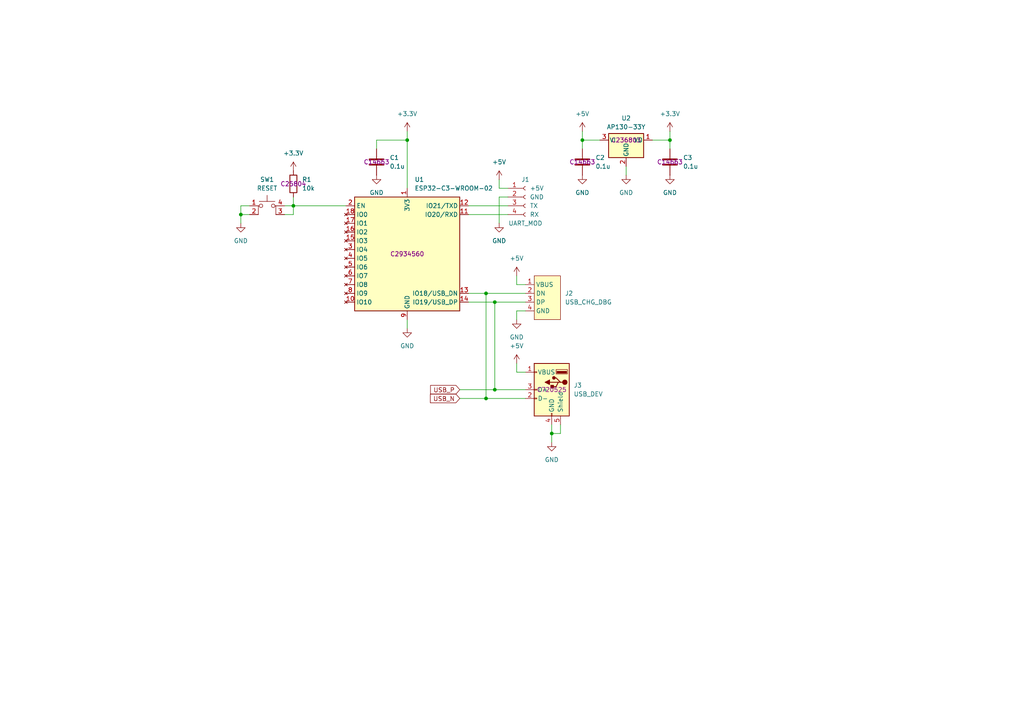
<source format=kicad_sch>
(kicad_sch (version 20250114) (generator "eeschema") (generator_version "9.0")
  (paper "A4")
  (lib_symbols
    (symbol "Device:C" (pin_numbers (hide yes)) (pin_names (offset 0.254))
      (property "Reference" "C" (at 0.635 2.54 0))
      (property "Value" "C" (at 0.635 -2.54 0))
      (symbol "C_0_1"
        (polyline (pts (xy -2.032 0.762) (xy 2.032 0.762)) (stroke (width 0.508)))
        (polyline (pts (xy -2.032 -0.762) (xy 2.032 -0.762)) (stroke (width 0.508)))
      )
      (symbol "C_1_1"
        (pin passive line (at 0 3.81 270) (length 2.794) (name "~") (number "1"))
        (pin passive line (at 0 -3.81 90) (length 2.794) (name "~") (number "2"))
      )
    )
    (symbol "Device:R" (pin_numbers (hide yes)) (pin_names (offset 0))
      (property "Reference" "R" (at 2.032 0 90))
      (property "Value" "R" (at 0 0 90))
      (symbol "R_0_1"
        (rectangle (start -1.016 -2.54) (end 1.016 2.54) (stroke (width 0.254)))
      )
      (symbol "R_1_1"
        (pin passive line (at 0 3.81 270) (length 1.27) (name "~") (number "1"))
        (pin passive line (at 0 -3.81 90) (length 1.27) (name "~") (number "2"))
      )
    )
    (symbol "Regulator_Linear:AP130-33Y" (pin_names (offset 0.254))
      (property "Reference" "U" (at -3.81 3.175 0))
      (property "Value" "AP130-33Y" (at 0 3.175 0))
      (symbol "AP130-33Y_0_1"
        (rectangle (start -5.08 1.905) (end 5.08 -5.08) (stroke (width 0.254)) (fill (type background)))
      )
      (symbol "AP130-33Y_1_1"
        (pin power_in line (at -7.62 0 0) (length 2.54) (name "VI") (number "3"))
        (pin power_in line (at 0 -7.62 90) (length 2.54) (name "GND") (number "2"))
        (pin power_out line (at 7.62 0 180) (length 2.54) (name "VO") (number "1"))
      )
    )
    (symbol "Switch:SW_MEC_5E" (pin_names (offset 1.016) (hide yes))
      (property "Reference" "SW" (at 0.635 5.715 0))
      (property "Value" "SW_MEC_5E" (at 0 -3.175 0))
      (symbol "SW_MEC_5E_0_1"
        (polyline (pts (xy -2.54 0) (xy -2.54 2.54) (xy -2.286 2.54)))
        (polyline (pts (xy -2.286 3.81) (xy 2.286 3.81)))
        (circle (center -1.778 2.54) (radius 0.508))
        (polyline (pts (xy 0 3.81) (xy 0 5.588)))
        (circle (center 1.778 2.54) (radius 0.508))
        (polyline (pts (xy 2.54 0) (xy 2.54 2.54) (xy 2.286 2.54)))
        (pin passive line (at -5.08 2.54 0) (length 2.54) (name "1") (number "1"))
        (pin passive line (at -5.08 0 0) (length 2.54) (name "2") (number "2"))
        (pin passive line (at 5.08 2.54 180) (length 2.54) (name "A") (number "4"))
        (pin passive line (at 5.08 0 180) (length 2.54) (name "K") (number "3"))
      )
    )
    (symbol "circuit-bacon-lettuce-elixir:ESP32-C3-WROOM-02"
      (property "Reference" "U" (at -12.192 21.336 0))
      (property "Value" "ESP32-C3-WROOM-02" (at 12.192 21.336 0))
      (symbol "ESP32-C3-WROOM-02_1_1"
        (rectangle (start -15.24 16.51) (end 15.24 -16.51) (stroke (width 0.254)) (fill (type background)))
        (pin input line (at -17.78 13.97 0) (length 2.54) (name "EN") (number "2"))
        (pin no_connect line (at -17.78 11.43 0) (length 2.54) (name "IO0") (number "18"))
        (pin no_connect line (at -17.78 8.89 0) (length 2.54) (name "IO1") (number "17"))
        (pin no_connect line (at -17.78 6.35 0) (length 2.54) (name "IO2") (number "16"))
        (pin no_connect line (at -17.78 3.81 0) (length 2.54) (name "IO3") (number "15"))
        (pin no_connect line (at -17.78 1.27 0) (length 2.54) (name "IO4") (number "3"))
        (pin no_connect line (at -17.78 -1.27 0) (length 2.54) (name "IO5") (number "4"))
        (pin no_connect line (at -17.78 -3.81 0) (length 2.54) (name "IO6") (number "5"))
        (pin no_connect line (at -17.78 -6.35 0) (length 2.54) (name "IO7") (number "6"))
        (pin no_connect line (at -17.78 -8.89 0) (length 2.54) (name "IO8") (number "7"))
        (pin no_connect line (at -17.78 -11.43 0) (length 2.54) (name "IO9") (number "8"))
        (pin no_connect line (at -17.78 -13.97 0) (length 2.54) (name "IO10") (number "10"))
        (pin power_in line (at 0 19.05 270) (length 2.54) (name "3V3") (number "1"))
        (pin passive line (at 0 -19.05 90) (length 2.54) (hide yes) (name "GND") (number "19"))
        (pin power_in line (at 0 -19.05 90) (length 2.54) (name "GND") (number "9"))
        (pin output line (at 17.78 13.97 180) (length 2.54) (name "IO21/TXD") (number "12"))
        (pin input line (at 17.78 11.43 180) (length 2.54) (name "IO20/RXD") (number "11"))
        (pin bidirectional line (at 17.78 -11.43 180) (length 2.54) (name "IO18/USB_DN") (number "13"))
        (pin bidirectional line (at 17.78 -13.97 180) (length 2.54) (name "IO19/USB_DP") (number "14"))
      )
    )
    (symbol "circuit-bacon-lettuce-elixir:UART" (pin_names (offset 2.54))
      (property "Reference" "J" (at 0 5.08 0))
      (property "Value" "UART" (at 0 -7.62 0))
      (symbol "UART_1_1"
        (polyline (pts (xy -1.27 2.54) (xy -0.508 2.54)) (stroke (width 0.1524)))
        (polyline (pts (xy -1.27 0) (xy -0.508 0)) (stroke (width 0.1524)))
        (polyline (pts (xy -1.27 -2.54) (xy -0.508 -2.54)) (stroke (width 0.1524)))
        (polyline (pts (xy -1.27 -5.08) (xy -0.508 -5.08)) (stroke (width 0.1524)))
        (arc (start 0 2.032) (mid -0.5058 2.54) (end 0 3.048) (stroke (width 0.1524)))
        (arc (start 0 -0.508) (mid -0.5058 0) (end 0 0.508) (stroke (width 0.1524)))
        (arc (start 0 -3.048) (mid -0.5058 -2.54) (end 0 -2.032) (stroke (width 0.1524)))
        (arc (start 0 -5.588) (mid -0.5058 -5.08) (end 0 -4.572) (stroke (width 0.1524)))
        (pin power_in line (at -5.08 2.54 0) (length 3.81) (name "+5V") (number "1"))
        (pin power_in line (at -5.08 0 0) (length 3.81) (name "GND") (number "2"))
        (pin input line (at -5.08 -2.54 0) (length 3.81) (name "TX") (number "3"))
        (pin output line (at -5.08 -5.08 0) (length 3.81) (name "RX") (number "4"))
      )
    )
    (symbol "circuit-bacon-lettuce-elixir:USB_CHG_DBG"
      (property "Reference" "U" (at 0 7.874 0))
      (symbol "USB_CHG_DBG_1_1"
        (rectangle (start -3.81 6.35) (end 3.81 -6.35) (fill (type background)))
        (pin power_out line (at -6.35 3.81 0) (length 2.54) (name "VBUS") (number "1"))
        (pin bidirectional line (at -6.35 1.27 0) (length 2.54) (name "DN") (number "2"))
        (pin bidirectional line (at -6.35 -1.27 0) (length 2.54) (name "DP") (number "3"))
        (pin power_out line (at -6.35 -3.81 0) (length 2.54) (name "GND") (number "4"))
      )
    )
    (symbol "circuit-bacon-lettuce-elixir:USB_DEV" (pin_names (offset 1.016))
      (property "Reference" "J" (at -5.08 11.43 0))
      (property "Value" "USB_DEV" (at -5.08 8.89 0))
      (symbol "USB_DEV_0_1"
        (rectangle (start -5.08 -7.62) (end 5.08 7.62) (stroke (width 0.254)) (fill (type background)))
        (circle (center -3.81 2.159) (radius 0.635) (stroke (width 0.254)) (fill (type outline)))
        (polyline (pts (xy -3.175 2.159) (xy -2.54 2.159) (xy -1.27 3.429) (xy -0.635 3.429)) (stroke (width 0.254)))
        (polyline (pts (xy -2.54 2.159) (xy -1.905 2.159) (xy -1.27 0.889) (xy 0 0.889)) (stroke (width 0.254)))
        (rectangle (start -1.524 4.826) (end -4.318 5.334) (fill (type outline)))
        (rectangle (start -1.27 4.572) (end -4.572 5.842))
        (circle (center -0.635 3.429) (radius 0.381) (stroke (width 0.254)) (fill (type outline)))
        (rectangle (start -0.127 -7.62) (end 0.127 -6.858))
        (rectangle (start 0.254 1.27) (end -0.508 0.508) (stroke (width 0.254)) (fill (type outline)))
        (polyline (pts (xy 0.635 2.794) (xy 0.635 1.524) (xy 1.905 2.159) (xy 0.635 2.794)) (stroke (width 0.254)) (fill (type outline)))
        (rectangle (start 5.08 4.953) (end 4.318 5.207))
        (rectangle (start 5.08 -0.127) (end 4.318 0.127))
        (rectangle (start 5.08 -2.667) (end 4.318 -2.413))
      )
      (symbol "USB_DEV_1_1"
        (polyline (pts (xy -1.905 2.159) (xy 0.635 2.159)) (stroke (width 0.254)))
        (pin passive line (at -2.54 -10.16 90) (length 2.54) (name "Shield") (number "5"))
        (pin power_in line (at 0 -10.16 90) (length 2.54) (name "GND") (number "4"))
        (pin power_in line (at 7.62 5.08 180) (length 2.54) (name "VBUS") (number "1"))
        (pin bidirectional line (at 7.62 0 180) (length 2.54) (name "D+") (number "3"))
        (pin bidirectional line (at 7.62 -2.54 180) (length 2.54) (name "D-") (number "2"))
      )
    )
    (symbol "power:+3.3V" (power) (pin_numbers (hide yes)) (pin_names (offset 0) (hide yes))
      (property "Value" "+3.3V" (at 0 3.556 0))
      (symbol "+3.3V_0_1"
        (polyline (pts (xy -0.762 1.27) (xy 0 2.54)))
        (polyline (pts (xy 0 2.54) (xy 0.762 1.27)))
        (polyline (pts (xy 0 0) (xy 0 2.54)))
      )
      (symbol "+3.3V_1_1"
        (pin power_in line (at 0 0 90) (length 0) (name "~") (number "1"))
      )
    )
    (symbol "power:+5V" (power) (pin_numbers (hide yes)) (pin_names (offset 0) (hide yes))
      (property "Value" "+5V" (at 0 3.556 0))
      (symbol "+5V_0_1"
        (polyline (pts (xy -0.762 1.27) (xy 0 2.54)))
        (polyline (pts (xy 0 2.54) (xy 0.762 1.27)))
        (polyline (pts (xy 0 0) (xy 0 2.54)))
      )
      (symbol "+5V_1_1"
        (pin power_in line (at 0 0 90) (length 0) (name "~") (number "1"))
      )
    )
    (symbol "power:GND" (power) (pin_numbers (hide yes)) (pin_names (offset 0) (hide yes))
      (property "Value" "GND" (at 0 -3.81 0))
      (symbol "GND_0_1"
        (polyline (pts (xy 0 0) (xy 0 -1.27) (xy 1.27 -1.27) (xy 0 -2.54) (xy -1.27 -1.27) (xy 0 -1.27)))
      )
      (symbol "GND_1_1"
        (pin power_in line (at 0 0 270) (length 0) (name "~") (number "1"))
      )
    )
  )
  (junction (at 85.09 59.69))
  (junction (at 168.91 40.64))
  (junction (at 160.02 125.73))
  (junction (at 143.51 113.03))
  (junction (at 140.97 115.57))
  (junction (at 140.97 85.09))
  (junction (at 69.85 62.23))
  (junction (at 118.11 40.64))
  (junction (at 143.51 87.63))
  (junction (at 194.31 40.64))
  (wire (pts (xy 82.55 62.23) (xy 85.09 62.23)))
  (wire (pts (xy 135.89 87.63) (xy 143.51 87.63)))
  (wire (pts (xy 135.89 59.69) (xy 147.32 59.69)))
  (wire (pts (xy 149.86 80.01) (xy 149.86 82.55)))
  (wire (pts (xy 147.32 54.61) (xy 144.78 54.61)))
  (wire (pts (xy 82.55 59.69) (xy 85.09 59.69)))
  (wire (pts (xy 118.11 54.61) (xy 118.11 40.64)))
  (wire (pts (xy 149.86 107.95) (xy 152.4 107.95)))
  (wire (pts (xy 140.97 85.09) (xy 140.97 115.57)))
  (wire (pts (xy 181.61 48.26) (xy 181.61 50.8)))
  (wire (pts (xy 149.86 82.55) (xy 152.4 82.55)))
  (wire (pts (xy 133.35 113.03) (xy 143.51 113.03)))
  (wire (pts (xy 69.85 62.23) (xy 69.85 64.77)))
  (wire (pts (xy 168.91 38.1) (xy 168.91 40.64)))
  (wire (pts (xy 143.51 87.63) (xy 152.4 87.63)))
  (wire (pts (xy 109.22 40.64) (xy 109.22 43.18)))
  (wire (pts (xy 118.11 40.64) (xy 109.22 40.64)))
  (wire (pts (xy 152.4 115.57) (xy 140.97 115.57)))
  (wire (pts (xy 162.56 123.19) (xy 162.56 125.73)))
  (wire (pts (xy 147.32 57.15) (xy 144.78 57.15)))
  (wire (pts (xy 118.11 92.71) (xy 118.11 95.25)))
  (wire (pts (xy 149.86 105.41) (xy 149.86 107.95)))
  (wire (pts (xy 85.09 59.69) (xy 100.33 59.69)))
  (wire (pts (xy 162.56 125.73) (xy 160.02 125.73)))
  (wire (pts (xy 160.02 123.19) (xy 160.02 125.73)))
  (wire (pts (xy 133.35 115.57) (xy 140.97 115.57)))
  (wire (pts (xy 168.91 40.64) (xy 173.99 40.64)))
  (wire (pts (xy 144.78 57.15) (xy 144.78 64.77)))
  (wire (pts (xy 72.39 62.23) (xy 69.85 62.23)))
  (wire (pts (xy 143.51 113.03) (xy 143.51 87.63)))
  (wire (pts (xy 72.39 59.69) (xy 69.85 59.69)))
  (wire (pts (xy 140.97 85.09) (xy 152.4 85.09)))
  (wire (pts (xy 144.78 54.61) (xy 144.78 52.07)))
  (wire (pts (xy 194.31 40.64) (xy 194.31 43.18)))
  (wire (pts (xy 69.85 59.69) (xy 69.85 62.23)))
  (wire (pts (xy 85.09 62.23) (xy 85.09 59.69)))
  (wire (pts (xy 189.23 40.64) (xy 194.31 40.64)))
  (wire (pts (xy 149.86 92.71) (xy 149.86 90.17)))
  (wire (pts (xy 194.31 38.1) (xy 194.31 40.64)))
  (wire (pts (xy 118.11 38.1) (xy 118.11 40.64)))
  (wire (pts (xy 152.4 113.03) (xy 143.51 113.03)))
  (wire (pts (xy 168.91 40.64) (xy 168.91 43.18)))
  (wire (pts (xy 85.09 57.15) (xy 85.09 59.69)))
  (wire (pts (xy 149.86 90.17) (xy 152.4 90.17)))
  (wire (pts (xy 135.89 62.23) (xy 147.32 62.23)))
  (wire (pts (xy 160.02 125.73) (xy 160.02 128.27)))
  (wire (pts (xy 135.89 85.09) (xy 140.97 85.09)))
  (global_label "USB_N" (shape input) (at 133.35 115.57 180) (property "Intersheetrefs" "${INTERSHEET_REFS}" (effects (hide yes))))
  (global_label "USB_P" (shape input) (at 133.35 113.03 180) (property "Intersheetrefs" "${INTERSHEET_REFS}" (effects (hide yes))))
  (symbol (lib_id "Device:R") (at 85.09 53.34 0) (unit 1)
    (property "Reference" "R1" (at 87.63 52.0699 0) (effects (justify left)))
    (property "Value" "10k" (at 87.63 54.6099 0) (effects (justify left)))
    (property "Footprint" "Resistor_SMD:R_0603_1608Metric_Pad0.98x0.95mm_HandSolder" (effects (hide yes)))
    (property "Description" "Resistor" (effects (hide yes)))
    (property "LCSC PN" "C25804" (at 85.09 53.34 0))
  )
  (symbol (lib_id "power:+5V") (at 149.86 80.01 0) (unit 1)
    (property "Reference" "#PWR011" (effects (hide yes)))
    (property "Value" "+5V" (at 149.86 74.93 0))
    (property "Description" "Power symbol creates a global label with name \"+5V\"" (effects (hide yes)))
  )
  (symbol (lib_id "power:+3.3V") (at 85.09 49.53 0) (unit 1)
    (property "Reference" "#PWR02" (effects (hide yes)))
    (property "Value" "+3.3V" (at 85.09 44.45 0))
    (property "Description" "Power symbol creates a global label with name \"+3.3V\"" (effects (hide yes)))
  )
  (symbol (lib_id "power:GND") (at 149.86 92.71 0) (unit 1)
    (property "Reference" "#PWR09" (effects (hide yes)))
    (property "Value" "GND" (at 149.86 97.79 0))
    (property "Description" "Power symbol creates a global label with name \"GND\" , ground" (effects (hide yes)))
  )
  (symbol (lib_id "Device:C") (at 109.22 46.99 0) (unit 1)
    (property "Reference" "C1" (at 113.03 45.7199 0) (effects (justify left)))
    (property "Value" "0.1u" (at 113.03 48.2599 0) (effects (justify left)))
    (property "Footprint" "Capacitor_SMD:C_0603_1608Metric_Pad1.08x0.95mm_HandSolder" (effects (hide yes)))
    (property "Description" "Unpolarized capacitor" (effects (hide yes)))
    (property "LCSC PN" "C14663" (at 109.22 46.99 0))
  )
  (symbol (lib_id "Switch:SW_MEC_5E") (at 77.47 62.23 0) (unit 1)
    (property "Reference" "SW1" (at 77.47 52.07 0))
    (property "Value" "RESET" (at 77.47 54.61 0))
    (property "Footprint" "circuit-bacon-lettuce-elixir:tact" (effects (hide yes)))
    (property "Datasheet" "http://www.apem.com/int/index.php?controller=attachment&id_attachment=1371" (effects (hide yes)))
    (property "Description" "MEC 5E single pole normally-open tactile switch" (effects (hide yes)))
  )
  (symbol (lib_id "circuit-bacon-lettuce-elixir:USB_DEV") (at 160.02 113.03 0) (mirror y) (unit 1)
    (property "Reference" "J3" (at 166.37 111.7599 0) (effects (justify right)))
    (property "Value" "USB_DEV" (at 166.37 114.2999 0) (effects (justify right)))
    (property "Footprint" "Connector_USB:USB_A_Receptacle_GCT_USB1046" (effects (hide yes)))
    (property "Description" "USB Type A connector" (effects (hide yes)))
    (property "LCSC PN" "C720525" (at 160.02 113.03 0))
  )
  (symbol (lib_id "power:GND") (at 181.61 50.8 0) (unit 1)
    (property "Reference" "#PWR012" (effects (hide yes)))
    (property "Value" "GND" (at 181.61 55.88 0))
    (property "Description" "Power symbol creates a global label with name \"GND\" , ground" (effects (hide yes)))
  )
  (symbol (lib_id "power:+3.3V") (at 194.31 38.1 0) (unit 1)
    (property "Reference" "#PWR016" (effects (hide yes)))
    (property "Value" "+3.3V" (at 194.31 33.02 0))
    (property "Description" "Power symbol creates a global label with name \"+3.3V\"" (effects (hide yes)))
  )
  (symbol (lib_id "power:GND") (at 69.85 64.77 0) (unit 1)
    (property "Reference" "#PWR01" (effects (hide yes)))
    (property "Value" "GND" (at 69.85 69.85 0))
    (property "Description" "Power symbol creates a global label with name \"GND\" , ground" (effects (hide yes)))
  )
  (symbol (lib_id "power:+3.3V") (at 118.11 38.1 0) (unit 1)
    (property "Reference" "#PWR05" (effects (hide yes)))
    (property "Value" "+3.3V" (at 118.11 33.02 0))
    (property "Description" "Power symbol creates a global label with name \"+3.3V\"" (effects (hide yes)))
  )
  (symbol (lib_id "circuit-bacon-lettuce-elixir:ESP32-C3-WROOM-02") (at 118.11 73.66 0) (unit 1)
    (property "Reference" "U1" (at 120.2533 52.07 0) (effects (justify left)))
    (property "Value" "ESP32-C3-WROOM-02" (at 120.2533 54.61 0) (effects (justify left)))
    (property "Footprint" "RF_Module:ESP32-C3-WROOM-02" (effects (hide yes)))
    (property "Datasheet" "https://www.espressif.com/sites/default/files/documentation/esp32-c3-wroom-02_datasheet_en.pdf" (effects (hide yes)))
    (property "Description" "802.11 b/g/n Wi­Fi and Bluetooth 5 module, ESP32­C3 SoC, RISC­V microprocessor, On-board antenna" (effects (hide yes)))
    (property "LCSC PN" "C2934560" (at 118.11 73.66 0))
  )
  (symbol (lib_id "circuit-bacon-lettuce-elixir:UART") (at 152.4 57.15 0) (unit 1)
    (property "Reference" "J1" (at 152.4 52.07 0))
    (property "Value" "UART_MOD" (at 152.4 64.77 0))
    (property "Footprint" "circuit-bacon-lettuce-elixir:DF1B-4P-2.5DSA" (effects (hide yes)))
    (property "Description" "Generic connector, single row, 01x04, script generated" (effects (hide yes)))
  )
  (symbol (lib_id "power:GND") (at 118.11 95.25 0) (unit 1)
    (property "Reference" "#PWR03" (effects (hide yes)))
    (property "Value" "GND" (at 118.11 100.33 0))
    (property "Description" "Power symbol creates a global label with name \"GND\" , ground" (effects (hide yes)))
  )
  (symbol (lib_id "circuit-bacon-lettuce-elixir:USB_CHG_DBG") (at 158.75 86.36 0) (unit 1)
    (property "Reference" "J2" (at 163.83 85.09 0) (effects (justify left)))
    (property "Value" "USB_CHG_DBG" (at 163.83 87.63 0) (effects (justify left)))
    (property "Footprint" "circuit-bacon-lettuce-elixir:PCB_USB_Connecter" (effects (hide yes)))
  )
  (symbol (lib_id "Device:C") (at 168.91 46.99 0) (unit 1)
    (property "Reference" "C2" (at 172.72 45.7199 0) (effects (justify left)))
    (property "Value" "0.1u" (at 172.72 48.2599 0) (effects (justify left)))
    (property "Footprint" "Capacitor_SMD:C_0603_1608Metric_Pad1.08x0.95mm_HandSolder" (effects (hide yes)))
    (property "Description" "Unpolarized capacitor" (effects (hide yes)))
    (property "LCSC PN" "C14663" (at 168.91 46.99 0))
  )
  (symbol (lib_id "power:GND") (at 160.02 128.27 0) (unit 1)
    (property "Reference" "#PWR017" (effects (hide yes)))
    (property "Value" "GND" (at 160.02 133.35 0))
    (property "Description" "Power symbol creates a global label with name \"GND\" , ground" (effects (hide yes)))
  )
  (symbol (lib_id "Device:C") (at 194.31 46.99 0) (unit 1)
    (property "Reference" "C3" (at 198.12 45.7199 0) (effects (justify left)))
    (property "Value" "0.1u" (at 198.12 48.2599 0) (effects (justify left)))
    (property "Footprint" "Capacitor_SMD:C_0603_1608Metric_Pad1.08x0.95mm_HandSolder" (effects (hide yes)))
    (property "Description" "Unpolarized capacitor" (effects (hide yes)))
    (property "LCSC PN" "C14663" (at 194.31 46.99 0))
  )
  (symbol (lib_id "power:+5V") (at 144.78 52.07 0) (unit 1)
    (property "Reference" "#PWR07" (effects (hide yes)))
    (property "Value" "+5V" (at 144.78 46.99 0))
    (property "Description" "Power symbol creates a global label with name \"+5V\"" (effects (hide yes)))
  )
  (symbol (lib_id "power:GND") (at 144.78 64.77 0) (unit 1)
    (property "Reference" "#PWR06" (effects (hide yes)))
    (property "Value" "GND" (at 144.78 69.85 0))
    (property "Description" "Power symbol creates a global label with name \"GND\" , ground" (effects (hide yes)))
  )
  (symbol (lib_id "power:GND") (at 109.22 50.8 0) (unit 1)
    (property "Reference" "#PWR04" (effects (hide yes)))
    (property "Value" "GND" (at 109.22 55.88 0))
    (property "Description" "Power symbol creates a global label with name \"GND\" , ground" (effects (hide yes)))
  )
  (symbol (lib_id "power:+5V") (at 168.91 38.1 0) (unit 1)
    (property "Reference" "#PWR015" (effects (hide yes)))
    (property "Value" "+5V" (at 168.91 33.02 0))
    (property "Description" "Power symbol creates a global label with name \"+5V\"" (effects (hide yes)))
  )
  (symbol (lib_id "Regulator_Linear:AP130-33Y") (at 181.61 40.64 0) (unit 1)
    (property "Reference" "U2" (at 181.61 34.29 0))
    (property "Value" "AP130-33Y" (at 181.61 36.83 0))
    (property "Footprint" "Package_TO_SOT_SMD:SOT-89-3" (effects (hide yes)))
    (property "Datasheet" "https://www.diodes.com/assets/Datasheets/AP130.pdf" (effects (hide yes)))
    (property "Description" "0.3A Low Dropout regulator, positive, 3.3V fixed output, SOT-89" (effects (hide yes)))
    (property "LCSC PN" "C236803" (at 181.61 40.64 0))
  )
  (symbol (lib_id "power:GND") (at 194.31 50.8 0) (unit 1)
    (property "Reference" "#PWR014" (effects (hide yes)))
    (property "Value" "GND" (at 194.31 55.88 0))
    (property "Description" "Power symbol creates a global label with name \"GND\" , ground" (effects (hide yes)))
  )
  (symbol (lib_id "power:GND") (at 168.91 50.8 0) (unit 1)
    (property "Reference" "#PWR013" (effects (hide yes)))
    (property "Value" "GND" (at 168.91 55.88 0))
    (property "Description" "Power symbol creates a global label with name \"GND\" , ground" (effects (hide yes)))
  )
  (symbol (lib_id "power:+5V") (at 149.86 105.41 0) (unit 1)
    (property "Reference" "#PWR018" (effects (hide yes)))
    (property "Value" "+5V" (at 149.86 100.33 0))
    (property "Description" "Power symbol creates a global label with name \"+5V\"" (effects (hide yes)))
  )
)
</source>
